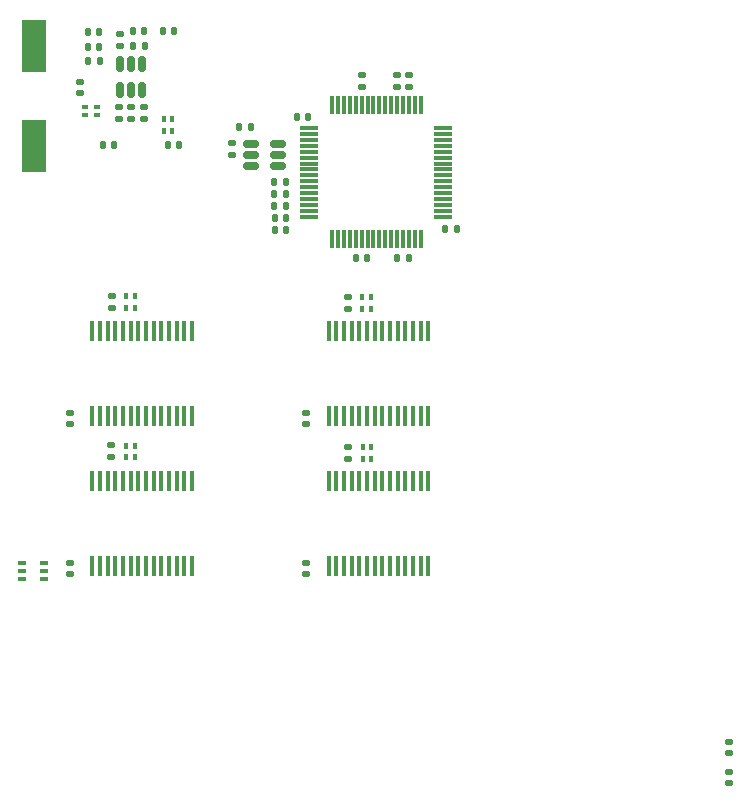
<source format=gbp>
G04 #@! TF.GenerationSoftware,KiCad,Pcbnew,(6.0.7)*
G04 #@! TF.CreationDate,2023-08-04T00:04:24+07:00*
G04 #@! TF.ProjectId,ECELab_v1,4543454c-6162-45f7-9631-2e6b69636164,rev?*
G04 #@! TF.SameCoordinates,Original*
G04 #@! TF.FileFunction,Paste,Bot*
G04 #@! TF.FilePolarity,Positive*
%FSLAX46Y46*%
G04 Gerber Fmt 4.6, Leading zero omitted, Abs format (unit mm)*
G04 Created by KiCad (PCBNEW (6.0.7)) date 2023-08-04 00:04:24*
%MOMM*%
%LPD*%
G01*
G04 APERTURE LIST*
G04 Aperture macros list*
%AMRoundRect*
0 Rectangle with rounded corners*
0 $1 Rounding radius*
0 $2 $3 $4 $5 $6 $7 $8 $9 X,Y pos of 4 corners*
0 Add a 4 corners polygon primitive as box body*
4,1,4,$2,$3,$4,$5,$6,$7,$8,$9,$2,$3,0*
0 Add four circle primitives for the rounded corners*
1,1,$1+$1,$2,$3*
1,1,$1+$1,$4,$5*
1,1,$1+$1,$6,$7*
1,1,$1+$1,$8,$9*
0 Add four rect primitives between the rounded corners*
20,1,$1+$1,$2,$3,$4,$5,0*
20,1,$1+$1,$4,$5,$6,$7,0*
20,1,$1+$1,$6,$7,$8,$9,0*
20,1,$1+$1,$8,$9,$2,$3,0*%
G04 Aperture macros list end*
%ADD10RoundRect,0.075000X-0.075000X0.700000X-0.075000X-0.700000X0.075000X-0.700000X0.075000X0.700000X0*%
%ADD11RoundRect,0.075000X-0.700000X0.075000X-0.700000X-0.075000X0.700000X-0.075000X0.700000X0.075000X0*%
%ADD12RoundRect,0.140000X-0.140000X-0.170000X0.140000X-0.170000X0.140000X0.170000X-0.140000X0.170000X0*%
%ADD13R,0.450000X1.750000*%
%ADD14RoundRect,0.140000X-0.170000X0.140000X-0.170000X-0.140000X0.170000X-0.140000X0.170000X0.140000X0*%
%ADD15RoundRect,0.135000X-0.185000X0.135000X-0.185000X-0.135000X0.185000X-0.135000X0.185000X0.135000X0*%
%ADD16R,0.500000X0.400000*%
%ADD17RoundRect,0.135000X0.185000X-0.135000X0.185000X0.135000X-0.185000X0.135000X-0.185000X-0.135000X0*%
%ADD18RoundRect,0.135000X-0.135000X-0.185000X0.135000X-0.185000X0.135000X0.185000X-0.135000X0.185000X0*%
%ADD19RoundRect,0.140000X0.140000X0.170000X-0.140000X0.170000X-0.140000X-0.170000X0.140000X-0.170000X0*%
%ADD20RoundRect,0.135000X0.135000X0.185000X-0.135000X0.185000X-0.135000X-0.185000X0.135000X-0.185000X0*%
%ADD21R,0.650000X0.400000*%
%ADD22R,0.400000X0.500000*%
%ADD23RoundRect,0.140000X0.170000X-0.140000X0.170000X0.140000X-0.170000X0.140000X-0.170000X-0.140000X0*%
%ADD24RoundRect,0.150000X0.512500X0.150000X-0.512500X0.150000X-0.512500X-0.150000X0.512500X-0.150000X0*%
%ADD25R,2.000000X4.500000*%
%ADD26RoundRect,0.150000X-0.150000X0.512500X-0.150000X-0.512500X0.150000X-0.512500X0.150000X0.512500X0*%
G04 APERTURE END LIST*
D10*
X212581800Y-78602200D03*
X213081800Y-78602200D03*
X213581800Y-78602200D03*
X214081800Y-78602200D03*
X214581800Y-78602200D03*
X215081800Y-78602200D03*
X215581800Y-78602200D03*
X216081800Y-78602200D03*
X216581800Y-78602200D03*
X217081800Y-78602200D03*
X217581800Y-78602200D03*
X218081800Y-78602200D03*
X218581800Y-78602200D03*
X219081800Y-78602200D03*
X219581800Y-78602200D03*
X220081800Y-78602200D03*
D11*
X222006800Y-80527200D03*
X222006800Y-81027200D03*
X222006800Y-81527200D03*
X222006800Y-82027200D03*
X222006800Y-82527200D03*
X222006800Y-83027200D03*
X222006800Y-83527200D03*
X222006800Y-84027200D03*
X222006800Y-84527200D03*
X222006800Y-85027200D03*
X222006800Y-85527200D03*
X222006800Y-86027200D03*
X222006800Y-86527200D03*
X222006800Y-87027200D03*
X222006800Y-87527200D03*
X222006800Y-88027200D03*
D10*
X220081800Y-89952200D03*
X219581800Y-89952200D03*
X219081800Y-89952200D03*
X218581800Y-89952200D03*
X218081800Y-89952200D03*
X217581800Y-89952200D03*
X217081800Y-89952200D03*
X216581800Y-89952200D03*
X216081800Y-89952200D03*
X215581800Y-89952200D03*
X215081800Y-89952200D03*
X214581800Y-89952200D03*
X214081800Y-89952200D03*
X213581800Y-89952200D03*
X213081800Y-89952200D03*
X212581800Y-89952200D03*
D11*
X210656800Y-88027200D03*
X210656800Y-87527200D03*
X210656800Y-87027200D03*
X210656800Y-86527200D03*
X210656800Y-86027200D03*
X210656800Y-85527200D03*
X210656800Y-85027200D03*
X210656800Y-84527200D03*
X210656800Y-84027200D03*
X210656800Y-83527200D03*
X210656800Y-83027200D03*
X210656800Y-82527200D03*
X210656800Y-82027200D03*
X210656800Y-81527200D03*
X210656800Y-81027200D03*
X210656800Y-80527200D03*
D12*
X222176400Y-89052400D03*
X223136400Y-89052400D03*
D13*
X220725000Y-104900000D03*
X220075000Y-104900000D03*
X219425000Y-104900000D03*
X218775000Y-104900000D03*
X218125000Y-104900000D03*
X217475000Y-104900000D03*
X216825000Y-104900000D03*
X216175000Y-104900000D03*
X215525000Y-104900000D03*
X214875000Y-104900000D03*
X214225000Y-104900000D03*
X213575000Y-104900000D03*
X212925000Y-104900000D03*
X212275000Y-104900000D03*
X212275000Y-97700000D03*
X212925000Y-97700000D03*
X213575000Y-97700000D03*
X214225000Y-97700000D03*
X214875000Y-97700000D03*
X215525000Y-97700000D03*
X216175000Y-97700000D03*
X216825000Y-97700000D03*
X217475000Y-97700000D03*
X218125000Y-97700000D03*
X218775000Y-97700000D03*
X219425000Y-97700000D03*
X220075000Y-97700000D03*
X220725000Y-97700000D03*
D14*
X194538600Y-78768000D03*
X194538600Y-79728000D03*
D12*
X198681400Y-81965800D03*
X199641400Y-81965800D03*
D15*
X213900000Y-94815000D03*
X213900000Y-95835000D03*
D13*
X200727500Y-104900000D03*
X200077500Y-104900000D03*
X199427500Y-104900000D03*
X198777500Y-104900000D03*
X198127500Y-104900000D03*
X197477500Y-104900000D03*
X196827500Y-104900000D03*
X196177500Y-104900000D03*
X195527500Y-104900000D03*
X194877500Y-104900000D03*
X194227500Y-104900000D03*
X193577500Y-104900000D03*
X192927500Y-104900000D03*
X192277500Y-104900000D03*
X192277500Y-97700000D03*
X192927500Y-97700000D03*
X193577500Y-97700000D03*
X194227500Y-97700000D03*
X194877500Y-97700000D03*
X195527500Y-97700000D03*
X196177500Y-97700000D03*
X196827500Y-97700000D03*
X197477500Y-97700000D03*
X198127500Y-97700000D03*
X198777500Y-97700000D03*
X199427500Y-97700000D03*
X200077500Y-97700000D03*
X200727500Y-97700000D03*
D16*
X192676400Y-78720200D03*
X192676400Y-79420200D03*
X191676400Y-79420200D03*
X191676400Y-78720200D03*
D17*
X219125800Y-75994800D03*
X219125800Y-77014800D03*
X196621400Y-79783400D03*
X196621400Y-78763400D03*
D15*
X204114400Y-81811400D03*
X204114400Y-82831400D03*
D12*
X218087000Y-91541600D03*
X219047000Y-91541600D03*
D18*
X207693800Y-85064600D03*
X208713800Y-85064600D03*
D19*
X192834200Y-73634600D03*
X191874200Y-73634600D03*
D15*
X193900000Y-108404200D03*
X193900000Y-107384200D03*
D19*
X205686600Y-80467200D03*
X204726600Y-80467200D03*
D20*
X208713800Y-86080600D03*
X207693800Y-86080600D03*
D18*
X191869600Y-74853800D03*
X192889600Y-74853800D03*
D13*
X220727500Y-117600000D03*
X220077500Y-117600000D03*
X219427500Y-117600000D03*
X218777500Y-117600000D03*
X218127500Y-117600000D03*
X217477500Y-117600000D03*
X216827500Y-117600000D03*
X216177500Y-117600000D03*
X215527500Y-117600000D03*
X214877500Y-117600000D03*
X214227500Y-117600000D03*
X213577500Y-117600000D03*
X212927500Y-117600000D03*
X212277500Y-117600000D03*
X212277500Y-110400000D03*
X212927500Y-110400000D03*
X213577500Y-110400000D03*
X214227500Y-110400000D03*
X214877500Y-110400000D03*
X215527500Y-110400000D03*
X216177500Y-110400000D03*
X216827500Y-110400000D03*
X217477500Y-110400000D03*
X218127500Y-110400000D03*
X218777500Y-110400000D03*
X219427500Y-110400000D03*
X220077500Y-110400000D03*
X220727500Y-110400000D03*
D21*
X186298800Y-118658400D03*
X186298800Y-118008400D03*
X186298800Y-117358400D03*
X188198800Y-117358400D03*
X188198800Y-118008400D03*
X188198800Y-118658400D03*
D19*
X192834200Y-72390000D03*
X191874200Y-72390000D03*
D22*
X198357030Y-79781242D03*
X199057030Y-79781242D03*
X199057030Y-80781242D03*
X198357030Y-80781242D03*
D23*
X246176800Y-133474400D03*
X246176800Y-132514400D03*
D19*
X208683800Y-88138000D03*
X207723800Y-88138000D03*
D22*
X195852500Y-95775400D03*
X195152500Y-95775400D03*
X195152500Y-94775400D03*
X195852500Y-94775400D03*
D23*
X190400000Y-118305000D03*
X190400000Y-117345000D03*
D17*
X194589400Y-73611200D03*
X194589400Y-72591200D03*
D24*
X207969700Y-81828600D03*
X207969700Y-82778600D03*
X207969700Y-83728600D03*
X205694700Y-83728600D03*
X205694700Y-82778600D03*
X205694700Y-81828600D03*
D23*
X210402500Y-118310000D03*
X210402500Y-117350000D03*
X246176800Y-136014400D03*
X246176800Y-135054400D03*
D22*
X215850000Y-95825000D03*
X215150000Y-95825000D03*
X215150000Y-94825000D03*
X215850000Y-94825000D03*
D14*
X190402500Y-104650600D03*
X190402500Y-105610600D03*
D25*
X187325000Y-73550200D03*
X187325000Y-82050200D03*
D23*
X210400000Y-105605000D03*
X210400000Y-104645000D03*
D15*
X193902500Y-94770400D03*
X193902500Y-95790400D03*
D23*
X218033600Y-77010200D03*
X218033600Y-76050200D03*
D19*
X210563400Y-79578200D03*
X209603400Y-79578200D03*
D22*
X215852500Y-108500000D03*
X215152500Y-108500000D03*
X215152500Y-107500000D03*
X215852500Y-107500000D03*
D20*
X196775800Y-73583800D03*
X195755800Y-73583800D03*
D19*
X208683800Y-89154000D03*
X207723800Y-89154000D03*
D20*
X208713800Y-87122000D03*
X207693800Y-87122000D03*
D17*
X215087200Y-77014800D03*
X215087200Y-75994800D03*
D23*
X191236600Y-77569000D03*
X191236600Y-76609000D03*
D12*
X193169600Y-81965800D03*
X194129600Y-81965800D03*
X195684200Y-72288400D03*
X196644200Y-72288400D03*
D19*
X215567200Y-91516200D03*
X214607200Y-91516200D03*
D22*
X195850000Y-108399200D03*
X195150000Y-108399200D03*
X195150000Y-107399200D03*
X195850000Y-107399200D03*
D15*
X213902500Y-107515000D03*
X213902500Y-108535000D03*
D17*
X195554600Y-79783400D03*
X195554600Y-78763400D03*
D19*
X199184200Y-72288400D03*
X198224200Y-72288400D03*
D26*
X194604600Y-75062500D03*
X195554600Y-75062500D03*
X196504600Y-75062500D03*
X196504600Y-77337500D03*
X195554600Y-77337500D03*
X194604600Y-77337500D03*
D13*
X200725000Y-117600000D03*
X200075000Y-117600000D03*
X199425000Y-117600000D03*
X198775000Y-117600000D03*
X198125000Y-117600000D03*
X197475000Y-117600000D03*
X196825000Y-117600000D03*
X196175000Y-117600000D03*
X195525000Y-117600000D03*
X194875000Y-117600000D03*
X194225000Y-117600000D03*
X193575000Y-117600000D03*
X192925000Y-117600000D03*
X192275000Y-117600000D03*
X192275000Y-110400000D03*
X192925000Y-110400000D03*
X193575000Y-110400000D03*
X194225000Y-110400000D03*
X194875000Y-110400000D03*
X195525000Y-110400000D03*
X196175000Y-110400000D03*
X196825000Y-110400000D03*
X197475000Y-110400000D03*
X198125000Y-110400000D03*
X198775000Y-110400000D03*
X199425000Y-110400000D03*
X200075000Y-110400000D03*
X200725000Y-110400000D03*
M02*

</source>
